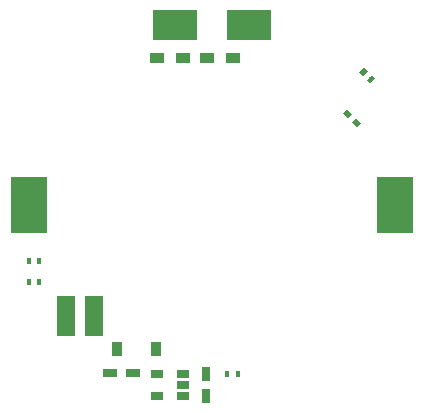
<source format=gbp>
G04 #@! TF.GenerationSoftware,KiCad,Pcbnew,no-vcs-found-f2763e9~58~ubuntu16.04.1*
G04 #@! TF.CreationDate,2017-03-23T18:14:37+02:00*
G04 #@! TF.ProjectId,multisensor_cr2032,6D756C746973656E736F725F63723230,rev?*
G04 #@! TF.FileFunction,Paste,Bot*
G04 #@! TF.FilePolarity,Positive*
%FSLAX46Y46*%
G04 Gerber Fmt 4.6, Leading zero omitted, Abs format (unit mm)*
G04 Created by KiCad (PCBNEW no-vcs-found-f2763e9~58~ubuntu16.04.1) date Thu Mar 23 18:14:37 2017*
%MOMM*%
%LPD*%
G01*
G04 APERTURE LIST*
%ADD10C,0.100000*%
%ADD11C,0.400000*%
%ADD12R,3.149600X4.775200*%
%ADD13R,1.200000X0.750000*%
%ADD14R,3.750000X2.500000*%
%ADD15R,0.750000X1.200000*%
%ADD16R,0.900000X1.200000*%
%ADD17R,1.600000X3.400000*%
%ADD18R,1.060000X0.650000*%
%ADD19R,1.200000X0.900000*%
%ADD20R,0.400000X0.600000*%
%ADD21C,0.500000*%
G04 APERTURE END LIST*
D10*
D11*
X129681802Y-75581802D03*
D10*
G36*
X130035355Y-75511091D02*
X129611091Y-75935355D01*
X129328249Y-75652513D01*
X129752513Y-75228249D01*
X130035355Y-75511091D01*
X130035355Y-75511091D01*
G37*
D11*
X130318198Y-76218198D03*
D10*
G36*
X130671751Y-76147487D02*
X130247487Y-76571751D01*
X129964645Y-76288909D01*
X130388909Y-75864645D01*
X130671751Y-76147487D01*
X130671751Y-76147487D01*
G37*
D12*
X101346000Y-86868000D03*
X132384800Y-86868000D03*
D13*
X108270000Y-101092000D03*
X110170000Y-101092000D03*
D14*
X119965000Y-71628000D03*
X113715000Y-71628000D03*
D15*
X116332000Y-101158000D03*
X116332000Y-103058000D03*
D16*
X108840000Y-99060000D03*
X112140000Y-99060000D03*
D17*
X106864000Y-96266000D03*
X104464000Y-96266000D03*
D18*
X112184000Y-101158000D03*
X112184000Y-103058000D03*
X114384000Y-103058000D03*
X114384000Y-102108000D03*
X114384000Y-101158000D03*
D19*
X112184000Y-74422000D03*
X114384000Y-74422000D03*
X116418000Y-74422000D03*
X118618000Y-74422000D03*
D20*
X102250000Y-93400000D03*
X101350000Y-93400000D03*
X102250000Y-91600000D03*
X101350000Y-91600000D03*
X119050000Y-101200000D03*
X118150000Y-101200000D03*
D21*
X129088909Y-79888909D03*
D10*
G36*
X128700000Y-79853554D02*
X129053554Y-79500000D01*
X129477818Y-79924264D01*
X129124264Y-80277818D01*
X128700000Y-79853554D01*
X128700000Y-79853554D01*
G37*
D21*
X128311091Y-79111091D03*
D10*
G36*
X127922182Y-79075736D02*
X128275736Y-78722182D01*
X128700000Y-79146446D01*
X128346446Y-79500000D01*
X127922182Y-79075736D01*
X127922182Y-79075736D01*
G37*
M02*

</source>
